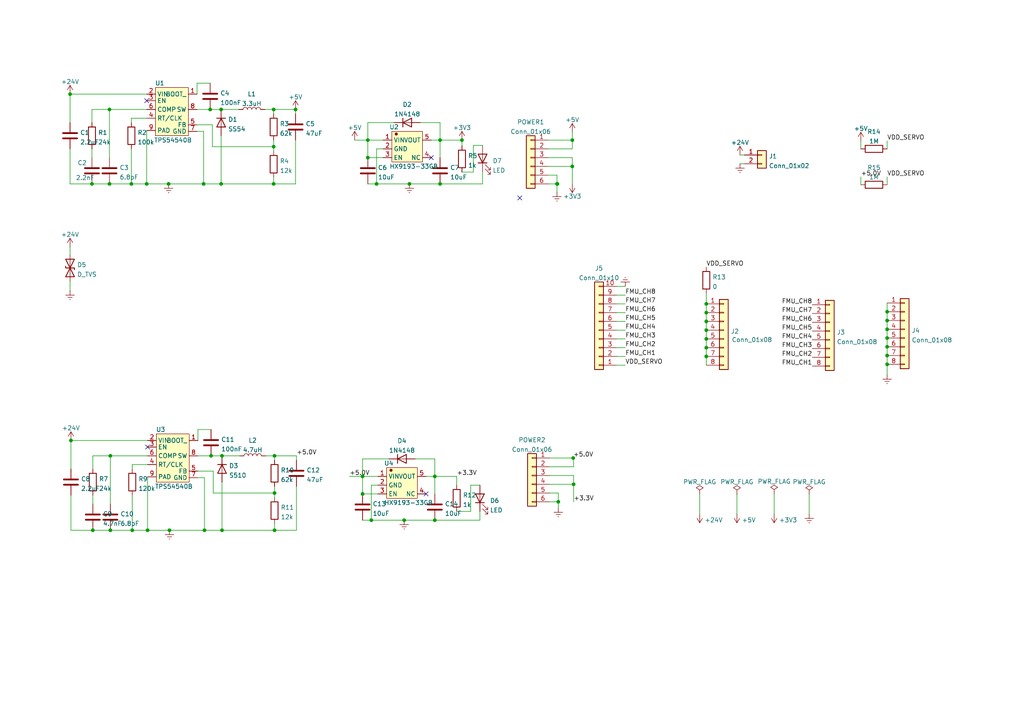
<source format=kicad_sch>
(kicad_sch (version 20211123) (generator eeschema)
  (paper "A4")
  (lib_symbols
    (symbol "Buck:TPS54540B"
      (property "Reference" "U?" (at -3.175 5.08 0))
      (property "Value" "TPS54540B" (at 0.635 -11.43 0))
      (symbol "TPS54540B_0_0"
        (pin passive line (at 7.62 1.905 180) (length 2.54) (name "BOOT_") (number "1"))
        (pin passive line (at -6.985 1.905 0) (length 2.54) (name "VIN") (number "2"))
        (pin passive line (at -6.985 0 0) (length 2.54) (name "EN") (number "3"))
        (pin passive line (at -6.985 -5.08 0) (length 2.54) (name "RT/CLK") (number "4"))
        (pin passive line (at 7.62 -6.985 180) (length 2.54) (name "FB") (number "5"))
        (pin passive line (at -6.985 -2.54 0) (length 2.54) (name "COMP") (number "6"))
        (pin passive line (at 7.62 -8.89 180) (length 2.54) (name "GND") (number "7"))
        (pin passive line (at 7.62 -2.54 180) (length 2.54) (name "SW") (number "8"))
        (pin passive line (at -6.985 -8.636 0) (length 2.54) (name "PAD") (number "9"))
      )
      (symbol "TPS54540B_0_1"
        (rectangle (start -4.445 3.81) (end 5.08 -10.16) (stroke (width 0.1524)) (fill (type background)))
      )
    )
    (symbol "Connector_Generic:Conn_01x02" (pin_names (offset 1.016) hide)
      (property "Reference" "J" (at 0 2.54 0))
      (property "Value" "Conn_01x02" (at 0 -5.08 0))
      (symbol "Conn_01x02_1_1"
        (rectangle (start -1.27 -2.413) (end 0 -2.667) (stroke (width 0.1524)))
        (rectangle (start -1.27 0.127) (end 0 -0.127) (stroke (width 0.1524)))
        (rectangle (start -1.27 1.27) (end 1.27 -3.81) (stroke (width 0.254)) (fill (type background)))
        (pin passive line (at -5.08 0 0) (length 3.81) (name "Pin_1") (number "1"))
        (pin passive line (at -5.08 -2.54 0) (length 3.81) (name "Pin_2") (number "2"))
      )
    )
    (symbol "Connector_Generic:Conn_01x06" (pin_names (offset 1.016) hide)
      (property "Reference" "J" (at 0 7.62 0))
      (property "Value" "Conn_01x06" (at 0 -10.16 0))
      (symbol "Conn_01x06_1_1"
        (rectangle (start -1.27 -7.493) (end 0 -7.747) (stroke (width 0.1524)))
        (rectangle (start -1.27 -4.953) (end 0 -5.207) (stroke (width 0.1524)))
        (rectangle (start -1.27 -2.413) (end 0 -2.667) (stroke (width 0.1524)))
        (rectangle (start -1.27 0.127) (end 0 -0.127) (stroke (width 0.1524)))
        (rectangle (start -1.27 2.667) (end 0 2.413) (stroke (width 0.1524)))
        (rectangle (start -1.27 5.207) (end 0 4.953) (stroke (width 0.1524)))
        (rectangle (start -1.27 6.35) (end 1.27 -8.89) (stroke (width 0.254)) (fill (type background)))
        (pin passive line (at -5.08 5.08 0) (length 3.81) (name "Pin_1") (number "1"))
        (pin passive line (at -5.08 2.54 0) (length 3.81) (name "Pin_2") (number "2"))
        (pin passive line (at -5.08 0 0) (length 3.81) (name "Pin_3") (number "3"))
        (pin passive line (at -5.08 -2.54 0) (length 3.81) (name "Pin_4") (number "4"))
        (pin passive line (at -5.08 -5.08 0) (length 3.81) (name "Pin_5") (number "5"))
        (pin passive line (at -5.08 -7.62 0) (length 3.81) (name "Pin_6") (number "6"))
      )
    )
    (symbol "Connector_Generic:Conn_01x08" (pin_names (offset 1.016) hide)
      (property "Reference" "J" (at 0 10.16 0))
      (property "Value" "Conn_01x08" (at 0 -12.7 0))
      (symbol "Conn_01x08_1_1"
        (rectangle (start -1.27 -10.033) (end 0 -10.287) (stroke (width 0.1524)))
        (rectangle (start -1.27 -7.493) (end 0 -7.747) (stroke (width 0.1524)))
        (rectangle (start -1.27 -4.953) (end 0 -5.207) (stroke (width 0.1524)))
        (rectangle (start -1.27 -2.413) (end 0 -2.667) (stroke (width 0.1524)))
        (rectangle (start -1.27 0.127) (end 0 -0.127) (stroke (width 0.1524)))
        (rectangle (start -1.27 2.667) (end 0 2.413) (stroke (width 0.1524)))
        (rectangle (start -1.27 5.207) (end 0 4.953) (stroke (width 0.1524)))
        (rectangle (start -1.27 7.747) (end 0 7.493) (stroke (width 0.1524)))
        (rectangle (start -1.27 8.89) (end 1.27 -11.43) (stroke (width 0.254)) (fill (type background)))
        (pin passive line (at -5.08 7.62 0) (length 3.81) (name "Pin_1") (number "1"))
        (pin passive line (at -5.08 5.08 0) (length 3.81) (name "Pin_2") (number "2"))
        (pin passive line (at -5.08 2.54 0) (length 3.81) (name "Pin_3") (number "3"))
        (pin passive line (at -5.08 0 0) (length 3.81) (name "Pin_4") (number "4"))
        (pin passive line (at -5.08 -2.54 0) (length 3.81) (name "Pin_5") (number "5"))
        (pin passive line (at -5.08 -5.08 0) (length 3.81) (name "Pin_6") (number "6"))
        (pin passive line (at -5.08 -7.62 0) (length 3.81) (name "Pin_7") (number "7"))
        (pin passive line (at -5.08 -10.16 0) (length 3.81) (name "Pin_8") (number "8"))
      )
    )
    (symbol "Connector_Generic:Conn_01x10" (pin_names (offset 1.016) hide)
      (property "Reference" "J" (at 0 12.7 0))
      (property "Value" "Conn_01x10" (at 0 -15.24 0))
      (symbol "Conn_01x10_1_1"
        (rectangle (start -1.27 -12.573) (end 0 -12.827) (stroke (width 0.1524)))
        (rectangle (start -1.27 -10.033) (end 0 -10.287) (stroke (width 0.1524)))
        (rectangle (start -1.27 -7.493) (end 0 -7.747) (stroke (width 0.1524)))
        (rectangle (start -1.27 -4.953) (end 0 -5.207) (stroke (width 0.1524)))
        (rectangle (start -1.27 -2.413) (end 0 -2.667) (stroke (width 0.1524)))
        (rectangle (start -1.27 0.127) (end 0 -0.127) (stroke (width 0.1524)))
        (rectangle (start -1.27 2.667) (end 0 2.413) (stroke (width 0.1524)))
        (rectangle (start -1.27 5.207) (end 0 4.953) (stroke (width 0.1524)))
        (rectangle (start -1.27 7.747) (end 0 7.493) (stroke (width 0.1524)))
        (rectangle (start -1.27 10.287) (end 0 10.033) (stroke (width 0.1524)))
        (rectangle (start -1.27 11.43) (end 1.27 -13.97) (stroke (width 0.254)) (fill (type background)))
        (pin passive line (at -5.08 10.16 0) (length 3.81) (name "Pin_1") (number "1"))
        (pin passive line (at -5.08 -12.7 0) (length 3.81) (name "Pin_10") (number "10"))
        (pin passive line (at -5.08 7.62 0) (length 3.81) (name "Pin_2") (number "2"))
        (pin passive line (at -5.08 5.08 0) (length 3.81) (name "Pin_3") (number "3"))
        (pin passive line (at -5.08 2.54 0) (length 3.81) (name "Pin_4") (number "4"))
        (pin passive line (at -5.08 0 0) (length 3.81) (name "Pin_5") (number "5"))
        (pin passive line (at -5.08 -2.54 0) (length 3.81) (name "Pin_6") (number "6"))
        (pin passive line (at -5.08 -5.08 0) (length 3.81) (name "Pin_7") (number "7"))
        (pin passive line (at -5.08 -7.62 0) (length 3.81) (name "Pin_8") (number "8"))
        (pin passive line (at -5.08 -10.16 0) (length 3.81) (name "Pin_9") (number "9"))
      )
    )
    (symbol "Device:C" (pin_numbers hide) (pin_names (offset 0.254))
      (property "Reference" "C" (at 0.635 2.54 0))
      (property "Value" "C" (at 0.635 -2.54 0))
      (symbol "C_0_1"
        (polyline (pts (xy -2.032 -0.762) (xy 2.032 -0.762)) (stroke (width 0.508)))
        (polyline (pts (xy -2.032 0.762) (xy 2.032 0.762)) (stroke (width 0.508)))
      )
      (symbol "C_1_1"
        (pin passive line (at 0 3.81 270) (length 2.794) (name "~") (number "1"))
        (pin passive line (at 0 -3.81 90) (length 2.794) (name "~") (number "2"))
      )
    )
    (symbol "Device:D" (pin_numbers hide) (pin_names (offset 1.016) hide)
      (property "Reference" "D" (at 0 2.54 0))
      (property "Value" "D" (at 0 -2.54 0))
      (symbol "D_0_1"
        (polyline (pts (xy -1.27 1.27) (xy -1.27 -1.27)) (stroke (width 0.254)))
        (polyline (pts (xy 1.27 0) (xy -1.27 0)))
        (polyline (pts (xy 1.27 1.27) (xy 1.27 -1.27) (xy -1.27 0) (xy 1.27 1.27)) (stroke (width 0.254)))
      )
      (symbol "D_1_1"
        (pin passive line (at -3.81 0 0) (length 2.54) (name "K") (number "1"))
        (pin passive line (at 3.81 0 180) (length 2.54) (name "A") (number "2"))
      )
    )
    (symbol "Device:D_TVS" (pin_numbers hide) (pin_names (offset 1.016) hide)
      (property "Reference" "D" (at 0 2.54 0))
      (property "Value" "D_TVS" (at 0 -2.54 0))
      (symbol "D_TVS_0_1"
        (polyline (pts (xy 1.27 0) (xy -1.27 0)))
        (polyline (pts (xy 0.508 1.27) (xy 0 1.27) (xy 0 -1.27) (xy -0.508 -1.27)) (stroke (width 0.254)))
        (polyline (pts (xy -2.54 1.27) (xy -2.54 -1.27) (xy 2.54 1.27) (xy 2.54 -1.27) (xy -2.54 1.27)) (stroke (width 0.254)))
      )
      (symbol "D_TVS_1_1"
        (pin passive line (at -3.81 0 0) (length 2.54) (name "A1") (number "1"))
        (pin passive line (at 3.81 0 180) (length 2.54) (name "A2") (number "2"))
      )
    )
    (symbol "Device:L" (pin_numbers hide) (pin_names (offset 1.016) hide)
      (property "Reference" "L" (at -1.27 0 90))
      (property "Value" "L" (at 1.905 0 90))
      (symbol "L_0_1"
        (arc (start 0 -2.54) (mid 0.635 -1.905) (end 0 -1.27))
        (arc (start 0 -1.27) (mid 0.635 -0.635) (end 0 0))
        (arc (start 0 0) (mid 0.635 0.635) (end 0 1.27))
        (arc (start 0 1.27) (mid 0.635 1.905) (end 0 2.54))
      )
      (symbol "L_1_1"
        (pin passive line (at 0 3.81 270) (length 1.27) (name "1") (number "1"))
        (pin passive line (at 0 -3.81 90) (length 1.27) (name "2") (number "2"))
      )
    )
    (symbol "Device:LED" (pin_numbers hide) (pin_names (offset 1.016) hide)
      (property "Reference" "D" (at 0 2.54 0))
      (property "Value" "LED" (at 0 -2.54 0))
      (symbol "LED_0_1"
        (polyline (pts (xy -1.27 -1.27) (xy -1.27 1.27)) (stroke (width 0.254)))
        (polyline (pts (xy -1.27 0) (xy 1.27 0)))
        (polyline (pts (xy 1.27 -1.27) (xy 1.27 1.27) (xy -1.27 0) (xy 1.27 -1.27)) (stroke (width 0.254)))
        (polyline (pts (xy -3.048 -0.762) (xy -4.572 -2.286) (xy -3.81 -2.286) (xy -4.572 -2.286) (xy -4.572 -1.524)))
        (polyline (pts (xy -1.778 -0.762) (xy -3.302 -2.286) (xy -2.54 -2.286) (xy -3.302 -2.286) (xy -3.302 -1.524)))
      )
      (symbol "LED_1_1"
        (pin passive line (at -3.81 0 0) (length 2.54) (name "K") (number "1"))
        (pin passive line (at 3.81 0 180) (length 2.54) (name "A") (number "2"))
      )
    )
    (symbol "Device:R" (pin_numbers hide) (pin_names (offset 0))
      (property "Reference" "R" (at 2.032 0 90))
      (property "Value" "R" (at 0 0 90))
      (symbol "R_0_1"
        (rectangle (start -1.016 -2.54) (end 1.016 2.54) (stroke (width 0.254)))
      )
      (symbol "R_1_1"
        (pin passive line (at 0 3.81 270) (length 1.27) (name "~") (number "1"))
        (pin passive line (at 0 -3.81 90) (length 1.27) (name "~") (number "2"))
      )
    )
    (symbol "LDO:HX9193-33GB"
      (property "Reference" "U?" (at -6.35 5.08 0))
      (property "Value" "HX9193-33GB" (at -1.27 -6.35 0))
      (symbol "HX9193-33GB_0_0"
        (pin passive line (at -10.16 1.27 0) (length 2.54) (name "VIN") (number "1"))
        (pin passive line (at -10.16 -1.27 0) (length 2.54) (name "GND") (number "2"))
        (pin passive line (at -10.16 -3.81 0) (length 2.54) (name "EN") (number "3"))
        (pin passive line (at 3.81 -3.81 180) (length 2.54) (name "NC") (number "4"))
        (pin passive line (at 3.81 1.27 180) (length 2.54) (name "VOUT") (number "5"))
      )
      (symbol "HX9193-33GB_0_1"
        (rectangle (start -7.62 3.81) (end 1.27 -5.08) (stroke (width 0.1524)) (fill (type background)))
        (circle (center -6.35 3.048) (radius 0.3592) (stroke (width 0.1524)) (fill (type outline)))
      )
    )
    (symbol "power:+24V" (power) (pin_names (offset 0))
      (property "Value" "+24V" (at 0 3.556 0))
      (symbol "+24V_0_1"
        (polyline (pts (xy -0.762 1.27) (xy 0 2.54)))
        (polyline (pts (xy 0 0) (xy 0 2.54)))
        (polyline (pts (xy 0 2.54) (xy 0.762 1.27)))
      )
      (symbol "+24V_1_1"
        (pin power_in line (at 0 0 90) (length 0) hide (name "+24V") (number "1"))
      )
    )
    (symbol "power:+3V3" (power) (pin_names (offset 0))
      (property "Value" "+3V3" (at 0 3.556 0))
      (symbol "+3V3_0_1"
        (polyline (pts (xy -0.762 1.27) (xy 0 2.54)))
        (polyline (pts (xy 0 0) (xy 0 2.54)))
        (polyline (pts (xy 0 2.54) (xy 0.762 1.27)))
      )
      (symbol "+3V3_1_1"
        (pin power_in line (at 0 0 90) (length 0) hide (name "+3V3") (number "1"))
      )
    )
    (symbol "power:+5V" (power) (pin_names (offset 0))
      (property "Value" "+5V" (at 0 3.556 0))
      (symbol "+5V_0_1"
        (polyline (pts (xy -0.762 1.27) (xy 0 2.54)))
        (polyline (pts (xy 0 0) (xy 0 2.54)))
        (polyline (pts (xy 0 2.54) (xy 0.762 1.27)))
      )
      (symbol "+5V_1_1"
        (pin power_in line (at 0 0 90) (length 0) hide (name "+5V") (number "1"))
      )
    )
    (symbol "power:Earth" (power) (pin_names (offset 0))
      (symbol "Earth_0_1"
        (polyline (pts (xy -0.635 -1.905) (xy 0.635 -1.905)))
        (polyline (pts (xy -0.127 -2.54) (xy 0.127 -2.54)))
        (polyline (pts (xy 0 -1.27) (xy 0 0)))
        (polyline (pts (xy 1.27 -1.27) (xy -1.27 -1.27)))
      )
      (symbol "Earth_1_1"
        (pin power_in line (at 0 0 270) (length 0) hide (name "Earth") (number "1"))
      )
    )
    (symbol "power:PWR_FLAG" (power) (pin_numbers hide) (pin_names (offset 0) hide)
      (property "Value" "PWR_FLAG" (at 0 3.81 0))
      (symbol "PWR_FLAG_0_0"
        (pin power_out line (at 0 0 90) (length 0) (name "pwr") (number "1"))
      )
      (symbol "PWR_FLAG_0_1"
        (polyline (pts (xy 0 0) (xy 0 1.27) (xy -1.016 1.905) (xy 0 2.54) (xy 1.016 1.905) (xy 0 1.27)))
      )
    )
  )
  (junction (at 107.696 150.876))
  (junction (at 161.544 53.34))
  (junction (at 161.925 145.542))
  (junction (at 126.111 138.176))
  (junction (at 20.574 127.762))
  (junction (at 117.221 150.876))
  (junction (at 127.635 53.34))
  (junction (at 79.629 132.207))
  (junction (at 79.629 143.002))
  (junction (at 165.989 40.64))
  (junction (at 204.851 103.378))
  (junction (at 133.985 40.64))
  (junction (at 166.243 132.842))
  (junction (at 64.135 53.34))
  (junction (at 48.895 53.34))
  (junction (at 204.851 93.218))
  (junction (at 31.75 53.34))
  (junction (at 64.389 153.797))
  (junction (at 257.302 105.664))
  (junction (at 257.302 95.504))
  (junction (at 26.67 53.34))
  (junction (at 161.671 53.34))
  (junction (at 61.214 132.207))
  (junction (at 20.32 27.305))
  (junction (at 31.75 31.75))
  (junction (at 105.156 143.256))
  (junction (at 257.302 90.424))
  (junction (at 64.135 31.75))
  (junction (at 79.375 53.34))
  (junction (at 204.851 100.838))
  (junction (at 79.375 42.545))
  (junction (at 26.924 153.797))
  (junction (at 79.375 31.75))
  (junction (at 109.22 53.34))
  (junction (at 118.745 53.34))
  (junction (at 204.851 95.758))
  (junction (at 49.149 153.797))
  (junction (at 127.635 40.64))
  (junction (at 257.302 103.124))
  (junction (at 166.37 140.462))
  (junction (at 257.302 100.584))
  (junction (at 64.389 132.207))
  (junction (at 105.156 138.176))
  (junction (at 204.851 88.138))
  (junction (at 42.545 53.34))
  (junction (at 165.989 48.26))
  (junction (at 42.799 153.797))
  (junction (at 60.96 31.75))
  (junction (at 204.851 98.298))
  (junction (at 85.725 31.75))
  (junction (at 32.004 153.797))
  (junction (at 38.1 53.34))
  (junction (at 204.851 90.678))
  (junction (at 38.354 153.797))
  (junction (at 257.302 92.964))
  (junction (at 257.302 98.044))
  (junction (at 106.68 40.64))
  (junction (at 59.309 153.797))
  (junction (at 126.111 150.876))
  (junction (at 79.629 153.797))
  (junction (at 59.055 53.34))
  (junction (at 32.004 132.207))
  (junction (at 106.68 45.72))
  (no_connect (at 125.095 45.72))
  (no_connect (at 123.571 143.256))
  (no_connect (at 150.749 57.404))
  (no_connect (at 42.545 29.21))
  (no_connect (at 42.799 129.667))
  (wire (pts (xy 159.004 50.8) (xy 161.544 50.8)))
  (wire (pts (xy 257.302 95.504) (xy 257.302 98.044)))
  (wire (pts (xy 20.32 43.18) (xy 20.32 53.34)))
  (wire (pts (xy 165.989 38.354) (xy 165.989 40.64)))
  (wire (pts (xy 107.696 150.876) (xy 117.221 150.876)))
  (wire (pts (xy 61.214 132.207) (xy 64.389 132.207)))
  (wire (pts (xy 109.601 140.716) (xy 107.696 140.716)))
  (wire (pts (xy 126.111 150.876) (xy 139.192 150.876)))
  (wire (pts (xy 26.924 153.797) (xy 32.004 153.797)))
  (wire (pts (xy 38.354 153.797) (xy 42.799 153.797)))
  (wire (pts (xy 165.989 48.26) (xy 159.004 48.26)))
  (wire (pts (xy 117.221 150.876) (xy 126.111 150.876)))
  (wire (pts (xy 57.15 38.1) (xy 59.055 38.1)))
  (wire (pts (xy 181.356 105.918) (xy 178.816 105.918)))
  (wire (pts (xy 61.849 136.652) (xy 61.849 143.002)))
  (wire (pts (xy 181.356 100.838) (xy 178.816 100.838)))
  (wire (pts (xy 57.404 136.652) (xy 61.849 136.652)))
  (wire (pts (xy 133.985 40.64) (xy 133.985 42.291)))
  (wire (pts (xy 20.574 143.637) (xy 20.574 153.797)))
  (wire (pts (xy 161.544 53.34) (xy 159.004 53.34)))
  (wire (pts (xy 59.055 38.1) (xy 59.055 53.34)))
  (wire (pts (xy 165.989 45.72) (xy 165.989 48.26)))
  (wire (pts (xy 26.67 43.18) (xy 26.67 45.72)))
  (wire (pts (xy 32.004 132.207) (xy 32.004 146.177)))
  (wire (pts (xy 161.925 143.002) (xy 161.925 145.542)))
  (wire (pts (xy 61.849 143.002) (xy 79.629 143.002)))
  (wire (pts (xy 105.156 143.256) (xy 109.601 143.256)))
  (wire (pts (xy 249.682 51.308) (xy 249.682 53.594)))
  (wire (pts (xy 161.544 55.753) (xy 161.544 53.34)))
  (wire (pts (xy 133.985 49.911) (xy 137.287 49.911)))
  (wire (pts (xy 26.924 143.637) (xy 26.924 146.177)))
  (wire (pts (xy 49.149 153.797) (xy 59.309 153.797)))
  (wire (pts (xy 159.385 137.922) (xy 166.37 137.922)))
  (wire (pts (xy 204.851 93.218) (xy 204.851 95.758)))
  (wire (pts (xy 181.356 93.218) (xy 178.816 93.218)))
  (wire (pts (xy 127.635 53.34) (xy 139.954 53.34)))
  (wire (pts (xy 161.544 50.8) (xy 161.544 53.34)))
  (wire (pts (xy 105.156 150.876) (xy 107.696 150.876)))
  (wire (pts (xy 234.696 143.383) (xy 234.696 149.098)))
  (wire (pts (xy 42.545 37.846) (xy 42.545 53.34)))
  (wire (pts (xy 32.004 132.207) (xy 42.799 132.207)))
  (wire (pts (xy 38.354 134.747) (xy 38.354 136.017)))
  (wire (pts (xy 204.851 90.678) (xy 204.851 93.218)))
  (wire (pts (xy 85.725 40.64) (xy 85.725 53.34)))
  (wire (pts (xy 106.68 45.72) (xy 111.125 45.72)))
  (wire (pts (xy 139.192 148.336) (xy 139.192 150.876)))
  (wire (pts (xy 102.87 40.64) (xy 106.68 40.64)))
  (wire (pts (xy 64.135 39.37) (xy 64.135 53.34)))
  (wire (pts (xy 161.925 145.542) (xy 159.385 145.542)))
  (wire (pts (xy 38.1 43.18) (xy 38.1 53.34)))
  (wire (pts (xy 109.22 53.34) (xy 118.745 53.34)))
  (wire (pts (xy 126.111 138.176) (xy 123.571 138.176)))
  (wire (pts (xy 181.356 95.758) (xy 178.816 95.758)))
  (wire (pts (xy 257.302 103.124) (xy 257.302 105.664)))
  (wire (pts (xy 121.92 35.56) (xy 127.635 35.56)))
  (wire (pts (xy 181.356 103.378) (xy 178.816 103.378)))
  (wire (pts (xy 181.356 90.678) (xy 178.816 90.678)))
  (wire (pts (xy 79.629 151.892) (xy 79.629 153.797)))
  (wire (pts (xy 64.389 153.797) (xy 79.629 153.797)))
  (wire (pts (xy 57.404 138.557) (xy 59.309 138.557)))
  (wire (pts (xy 26.924 132.207) (xy 32.004 132.207)))
  (wire (pts (xy 79.629 132.207) (xy 79.629 133.477)))
  (wire (pts (xy 111.125 40.64) (xy 106.68 40.64)))
  (wire (pts (xy 204.851 85.09) (xy 204.851 88.138)))
  (wire (pts (xy 101.346 138.176) (xy 105.156 138.176)))
  (wire (pts (xy 26.67 53.34) (xy 31.75 53.34)))
  (wire (pts (xy 132.461 138.176) (xy 132.461 140.716)))
  (wire (pts (xy 213.741 143.383) (xy 213.741 149.098)))
  (wire (pts (xy 57.404 124.587) (xy 57.404 127.762)))
  (wire (pts (xy 20.32 71.628) (xy 20.32 73.914)))
  (wire (pts (xy 204.851 88.138) (xy 204.851 90.678)))
  (wire (pts (xy 69.215 31.75) (xy 64.135 31.75)))
  (wire (pts (xy 85.979 141.097) (xy 85.979 153.797)))
  (wire (pts (xy 64.135 53.34) (xy 79.375 53.34)))
  (wire (pts (xy 214.63 44.958) (xy 215.9 44.958)))
  (wire (pts (xy 106.68 40.64) (xy 106.68 35.56)))
  (wire (pts (xy 166.37 145.542) (xy 166.37 140.462)))
  (wire (pts (xy 79.375 31.75) (xy 85.725 31.75)))
  (wire (pts (xy 20.32 27.305) (xy 42.545 27.305)))
  (wire (pts (xy 181.356 88.138) (xy 178.816 88.138)))
  (wire (pts (xy 132.461 148.336) (xy 136.525 148.336)))
  (wire (pts (xy 31.75 31.75) (xy 31.75 45.72)))
  (wire (pts (xy 257.302 90.424) (xy 257.302 92.964)))
  (wire (pts (xy 257.302 87.884) (xy 257.302 90.424)))
  (wire (pts (xy 137.287 42.164) (xy 139.954 42.164)))
  (wire (pts (xy 79.629 141.097) (xy 79.629 143.002)))
  (wire (pts (xy 166.37 132.842) (xy 166.243 132.842)))
  (wire (pts (xy 85.725 31.75) (xy 85.725 33.02)))
  (wire (pts (xy 204.851 100.838) (xy 204.851 103.378)))
  (wire (pts (xy 76.835 31.75) (xy 79.375 31.75)))
  (wire (pts (xy 181.356 98.298) (xy 178.816 98.298)))
  (wire (pts (xy 38.1 53.34) (xy 42.545 53.34)))
  (wire (pts (xy 214.63 47.498) (xy 215.9 47.498)))
  (wire (pts (xy 137.287 49.911) (xy 137.287 42.164)))
  (wire (pts (xy 61.595 42.545) (xy 79.375 42.545)))
  (wire (pts (xy 26.67 31.75) (xy 31.75 31.75)))
  (wire (pts (xy 107.696 140.716) (xy 107.696 150.876)))
  (wire (pts (xy 61.595 36.195) (xy 61.595 42.545)))
  (wire (pts (xy 127.635 35.56) (xy 127.635 40.64)))
  (wire (pts (xy 159.385 143.002) (xy 161.925 143.002)))
  (wire (pts (xy 109.22 43.18) (xy 109.22 53.34)))
  (wire (pts (xy 118.745 53.34) (xy 127.635 53.34)))
  (wire (pts (xy 126.111 133.096) (xy 126.111 138.176)))
  (wire (pts (xy 69.469 132.207) (xy 64.389 132.207)))
  (wire (pts (xy 159.004 45.72) (xy 165.989 45.72)))
  (wire (pts (xy 120.396 133.096) (xy 126.111 133.096)))
  (wire (pts (xy 105.156 138.176) (xy 105.156 133.096)))
  (wire (pts (xy 79.629 143.002) (xy 79.629 144.272)))
  (wire (pts (xy 42.545 53.34) (xy 48.895 53.34)))
  (wire (pts (xy 79.375 40.64) (xy 79.375 42.545)))
  (wire (pts (xy 32.004 153.797) (xy 38.354 153.797)))
  (wire (pts (xy 139.954 49.784) (xy 139.954 53.34)))
  (wire (pts (xy 20.32 81.534) (xy 20.32 84.328)))
  (wire (pts (xy 257.302 92.964) (xy 257.302 95.504)))
  (wire (pts (xy 166.37 137.922) (xy 166.37 140.462)))
  (wire (pts (xy 26.924 132.207) (xy 26.924 136.017)))
  (wire (pts (xy 38.1 34.29) (xy 38.1 35.56)))
  (wire (pts (xy 57.15 31.75) (xy 60.96 31.75)))
  (wire (pts (xy 106.68 53.34) (xy 109.22 53.34)))
  (wire (pts (xy 42.545 34.29) (xy 38.1 34.29)))
  (wire (pts (xy 48.895 53.34) (xy 59.055 53.34)))
  (wire (pts (xy 202.946 143.383) (xy 202.946 149.098)))
  (wire (pts (xy 181.356 85.598) (xy 178.816 85.598)))
  (wire (pts (xy 26.67 31.75) (xy 26.67 35.56)))
  (wire (pts (xy 159.385 135.382) (xy 166.37 135.382)))
  (wire (pts (xy 42.799 153.797) (xy 49.149 153.797)))
  (wire (pts (xy 166.37 135.382) (xy 166.37 132.842)))
  (wire (pts (xy 79.629 132.207) (xy 85.979 132.207)))
  (wire (pts (xy 161.544 53.34) (xy 161.671 53.34)))
  (wire (pts (xy 249.682 40.894) (xy 249.682 43.18)))
  (wire (pts (xy 127.635 40.64) (xy 133.985 40.64)))
  (wire (pts (xy 224.536 143.256) (xy 224.536 149.098)))
  (wire (pts (xy 136.525 140.716) (xy 139.192 140.716)))
  (wire (pts (xy 60.96 31.75) (xy 64.135 31.75)))
  (wire (pts (xy 61.214 124.587) (xy 57.404 124.587)))
  (wire (pts (xy 106.68 40.64) (xy 106.68 45.72)))
  (wire (pts (xy 105.156 138.176) (xy 105.156 143.256)))
  (wire (pts (xy 126.111 138.176) (xy 132.461 138.176)))
  (wire (pts (xy 204.851 95.758) (xy 204.851 98.298)))
  (wire (pts (xy 60.96 24.13) (xy 57.15 24.13)))
  (wire (pts (xy 20.574 127.762) (xy 42.799 127.762)))
  (wire (pts (xy 111.125 43.18) (xy 109.22 43.18)))
  (wire (pts (xy 59.309 153.797) (xy 64.389 153.797)))
  (wire (pts (xy 106.68 35.56) (xy 114.3 35.56)))
  (wire (pts (xy 77.089 132.207) (xy 79.629 132.207)))
  (wire (pts (xy 159.004 43.18) (xy 165.989 43.18)))
  (wire (pts (xy 31.75 53.34) (xy 38.1 53.34)))
  (wire (pts (xy 165.989 40.64) (xy 159.004 40.64)))
  (wire (pts (xy 165.989 53.34) (xy 165.989 48.26)))
  (wire (pts (xy 85.725 53.34) (xy 79.375 53.34)))
  (wire (pts (xy 57.404 132.207) (xy 61.214 132.207)))
  (wire (pts (xy 20.32 53.34) (xy 26.67 53.34)))
  (wire (pts (xy 165.989 43.18) (xy 165.989 40.64)))
  (wire (pts (xy 257.302 100.584) (xy 257.302 103.124)))
  (wire (pts (xy 105.156 133.096) (xy 112.776 133.096)))
  (wire (pts (xy 20.574 153.797) (xy 26.924 153.797)))
  (wire (pts (xy 42.799 134.747) (xy 38.354 134.747)))
  (wire (pts (xy 31.75 31.75) (xy 42.545 31.75)))
  (wire (pts (xy 127.635 40.64) (xy 125.095 40.64)))
  (wire (pts (xy 79.375 51.435) (xy 79.375 53.34)))
  (wire (pts (xy 204.851 103.378) (xy 204.851 105.918)))
  (wire (pts (xy 20.574 136.017) (xy 20.574 127.762)))
  (wire (pts (xy 257.302 98.044) (xy 257.302 100.584)))
  (wire (pts (xy 42.799 138.303) (xy 42.799 153.797)))
  (wire (pts (xy 257.302 51.308) (xy 257.302 53.594)))
  (wire (pts (xy 64.389 139.827) (xy 64.389 153.797)))
  (wire (pts (xy 59.055 53.34) (xy 64.135 53.34)))
  (wire (pts (xy 79.375 42.545) (xy 79.375 43.815)))
  (wire (pts (xy 161.925 145.542) (xy 161.925 147.32)))
  (wire (pts (xy 85.979 153.797) (xy 79.629 153.797)))
  (wire (pts (xy 38.354 143.637) (xy 38.354 153.797)))
  (wire (pts (xy 109.601 138.176) (xy 105.156 138.176)))
  (wire (pts (xy 85.979 132.207) (xy 85.979 133.477)))
  (wire (pts (xy 79.375 31.75) (xy 79.375 33.02)))
  (wire (pts (xy 181.356 83.058) (xy 178.816 83.058)))
  (wire (pts (xy 204.851 98.298) (xy 204.851 100.838)))
  (wire (pts (xy 20.32 35.56) (xy 20.32 27.305)))
  (wire (pts (xy 127.635 40.64) (xy 127.635 45.72)))
  (wire (pts (xy 136.525 148.336) (xy 136.525 140.716)))
  (wire (pts (xy 57.15 24.13) (xy 57.15 27.305)))
  (wire (pts (xy 257.302 40.894) (xy 257.302 43.18)))
  (wire (pts (xy 59.309 138.557) (xy 59.309 153.797)))
  (wire (pts (xy 126.111 138.176) (xy 126.111 143.256)))
  (wire (pts (xy 166.37 140.462) (xy 159.385 140.462)))
  (wire (pts (xy 57.15 36.195) (xy 61.595 36.195)))
  (wire (pts (xy 257.302 105.664) (xy 257.302 108.712)))
  (wire (pts (xy 166.243 132.842) (xy 159.385 132.842)))
  (label "+5.0V" (at 85.979 132.207 0))
  (label "VDD_SERVO" (at 257.302 40.894 0))
  (label "FMU_CH4" (at 235.585 98.552 180))
  (label "FMU_CH6" (at 235.585 93.472 180))
  (label "FMU_CH7" (at 181.356 88.138 0))
  (label "VDD_SERVO" (at 257.302 51.308 0))
  (label "FMU_CH3" (at 235.585 101.092 180))
  (label "FMU_CH4" (at 181.356 95.758 0))
  (label "FMU_CH1" (at 181.356 103.378 0))
  (label "VDD_SERVO" (at 181.356 105.918 0))
  (label "FMU_CH1" (at 235.585 106.172 180))
  (label "+5.0V" (at 166.243 132.842 0))
  (label "+5.0V" (at 101.346 138.176 0))
  (label "FMU_CH2" (at 235.585 103.632 180))
  (label "+5.0V" (at 249.682 51.308 0))
  (label "FMU_CH3" (at 181.356 98.298 0))
  (label "FMU_CH8" (at 181.356 85.598 0))
  (label "VDD_SERVO" (at 204.851 77.47 0))
  (label "FMU_CH8" (at 235.585 88.392 180))
  (label "FMU_CH5" (at 181.356 93.218 0))
  (label "FMU_CH6" (at 181.356 90.678 0))
  (label "FMU_CH5" (at 235.585 96.012 180))
  (label "FMU_CH7" (at 235.585 90.932 180))
  (label "+3.3V" (at 166.37 145.542 0))
  (label "FMU_CH2" (at 181.356 100.838 0))
  (label "+3.3V" (at 132.461 138.176 0))
  (symbol (lib_id "Device:R") (at 132.461 144.526 0) (unit 1)
    (property "Reference" "R12" (at 134.239 143.6175 0) (effects (justify left)))
    (property "Value" "1k" (at 134.239 146.3926 0) (effects (justify left)))
    (property "Footprint" "Resistor_SMD:R_0603_1608Metric_Pad0.98x0.95mm_HandSolder" (effects hide))
  )
  (symbol (lib_id "power:+3V3") (at 165.989 53.34 180) (unit 1)
    (property "Reference" "#PWR0104" (effects hide))
    (property "Value" "+3V3" (at 165.989 56.9445 0))
  )
  (symbol (lib_id "power:Earth") (at 181.356 83.058 180) (unit 1)
    (property "Reference" "#PWR07" (effects hide))
    (property "Value" "Earth" (effects hide))
  )
  (symbol (lib_id "power:Earth") (at 49.149 153.797 0) (unit 1)
    (property "Reference" "#PWR09" (effects hide))
    (property "Value" "Earth" (effects hide))
  )
  (symbol (lib_id "Device:R") (at 133.985 46.101 180) (unit 1)
    (property "Reference" "R5" (at 135.763 45.1925 0) (effects (justify right)))
    (property "Value" "1k" (at 135.763 47.9676 0) (effects (justify right)))
    (property "Footprint" "Resistor_SMD:R_0603_1608Metric_Pad0.98x0.95mm_HandSolder" (effects hide))
  )
  (symbol (lib_id "power:+24V") (at 20.574 127.762 0) (unit 1)
    (property "Reference" "#PWR08" (effects hide))
    (property "Value" "+24V" (at 20.574 124.1575 0))
  )
  (symbol (lib_id "Device:C") (at 126.111 147.066 0) (unit 1)
    (property "Reference" "C14" (at 129.032 146.1575 0) (effects (justify left)))
    (property "Value" "10uF" (at 129.032 148.9326 0) (effects (justify left)))
    (property "Footprint" "Capacitor_SMD:C_0603_1608Metric_Pad1.08x0.95mm_HandSolder" (effects hide))
  )
  (symbol (lib_id "Device:R") (at 38.354 139.827 0) (unit 1)
    (property "Reference" "R9" (at 40.132 138.9185 0) (effects (justify left)))
    (property "Value" "120k" (at 40.132 141.6936 0) (effects (justify left)))
    (property "Footprint" "Resistor_SMD:R_0603_1608Metric_Pad0.98x0.95mm_HandSolder" (effects hide))
  )
  (symbol (lib_id "power:+5V") (at 102.87 40.64 0) (unit 1)
    (property "Reference" "#PWR04" (effects hide))
    (property "Value" "+5V" (at 102.87 37.0355 0))
  )
  (symbol (lib_id "power:+5V") (at 85.725 31.75 0) (unit 1)
    (property "Reference" "#PWR03" (effects hide))
    (property "Value" "+5V" (at 85.725 28.1455 0))
  )
  (symbol (lib_id "Connector_Generic:Conn_01x08") (at 240.665 96.012 0) (unit 1)
    (property "Reference" "J3" (at 242.697 96.3735 0) (effects (justify left)))
    (property "Value" "Conn_01x08" (at 242.697 99.1486 0) (effects (justify left)))
    (property "Footprint" "Connector_PinHeader_2.54mm:PinHeader_1x08_P2.54mm_Horizontal" (effects hide))
  )
  (symbol (lib_id "power:+24V") (at 20.32 71.628 0) (unit 1)
    (property "Reference" "#PWR020" (effects hide))
    (property "Value" "+24V" (at 20.32 68.0235 0))
  )
  (symbol (lib_id "Device:L") (at 73.025 31.75 90) (unit 1)
    (property "Reference" "L1" (at 73.025 27.2755 90))
    (property "Value" "3.3uH" (at 73.025 30.0506 90))
    (property "Footprint" "Inductor_SMD:L_7.3x7.3_H4.5" (effects hide))
  )
  (symbol (lib_id "Device:C") (at 26.67 49.53 0) (unit 1)
    (property "Reference" "C2" (at 22.479 47.244 0) (effects (justify left)))
    (property "Value" "2.2nF" (at 21.971 51.562 0) (effects (justify left)))
    (property "Footprint" "Capacitor_SMD:C_0603_1608Metric_Pad1.08x0.95mm_HandSolder" (effects hide))
  )
  (symbol (lib_id "power:Earth") (at 117.221 150.876 0) (unit 1)
    (property "Reference" "#PWR012" (effects hide))
    (property "Value" "Earth" (effects hide))
  )
  (symbol (lib_id "Buck:TPS54540B") (at 49.53 29.21 0) (unit 1)
    (property "Reference" "U1" (at 46.355 24.13 0))
    (property "Value" "TPS54540B" (at 50.165 40.64 0))
    (property "Footprint" "Package_SO:SOIC-8-1EP_3.9x4.9mm_P1.27mm_EP2.29x3mm" (effects hide))
  )
  (symbol (lib_id "power:+24V") (at 214.63 44.958 0) (unit 1)
    (property "Reference" "#PWR0101" (effects hide))
    (property "Value" "+24V" (at 214.63 41.3535 0))
  )
  (symbol (lib_id "Device:R") (at 79.375 36.83 0) (unit 1)
    (property "Reference" "R3" (at 81.153 35.9215 0) (effects (justify left)))
    (property "Value" "62k" (at 81.153 38.6966 0) (effects (justify left)))
    (property "Footprint" "Resistor_SMD:R_0603_1608Metric_Pad0.98x0.95mm_HandSolder" (effects hide))
  )
  (symbol (lib_id "power:+5V") (at 249.682 40.894 0) (unit 1)
    (property "Reference" "#PWR017" (effects hide))
    (property "Value" "+5V" (at 249.682 37.2895 0))
  )
  (symbol (lib_id "Device:D") (at 118.11 35.56 0) (unit 1)
    (property "Reference" "D2" (at 118.11 30.3235 0))
    (property "Value" "1N4148" (at 118.11 33.0986 0))
    (property "Footprint" "Diode_SMD:D_SOD-323_HandSoldering" (effects hide))
  )
  (symbol (lib_id "Device:D") (at 116.586 133.096 0) (unit 1)
    (property "Reference" "D4" (at 116.586 127.8595 0))
    (property "Value" "1N4148" (at 116.586 130.6346 0))
    (property "Footprint" "Diode_SMD:D_SOD-323_HandSoldering" (effects hide))
  )
  (symbol (lib_id "power:+3V3") (at 133.985 40.64 0) (unit 1)
    (property "Reference" "#PWR06" (effects hide))
    (property "Value" "+3V3" (at 133.985 37.0355 0))
  )
  (symbol (lib_id "power:+24V") (at 20.32 27.305 0) (unit 1)
    (property "Reference" "#PWR01" (effects hide))
    (property "Value" "+24V" (at 20.32 23.7005 0))
  )
  (symbol (lib_id "power:PWR_FLAG") (at 224.536 143.256 0) (unit 1)
    (property "Reference" "#FLG0101" (effects hide))
    (property "Value" "PWR_FLAG" (at 224.536 139.6515 0))
  )
  (symbol (lib_id "Device:R") (at 253.492 43.18 90) (unit 1)
    (property "Reference" "R14" (at 253.492 38.1975 90))
    (property "Value" "1M" (at 253.492 40.9726 90))
    (property "Footprint" "Resistor_SMD:R_0603_1608Metric_Pad0.98x0.95mm_HandSolder" (effects hide))
  )
  (symbol (lib_id "power:Earth") (at 234.696 149.098 0) (unit 1)
    (property "Reference" "#PWR0109" (effects hide))
    (property "Value" "Earth" (effects hide))
  )
  (symbol (lib_id "Connector_Generic:Conn_01x08") (at 262.382 95.504 0) (unit 1)
    (property "Reference" "J4" (at 264.414 95.8655 0) (effects (justify left)))
    (property "Value" "Conn_01x08" (at 264.414 98.6406 0) (effects (justify left)))
    (property "Footprint" "Connector_PinHeader_2.54mm:PinHeader_1x08_P2.54mm_Horizontal" (effects hide))
  )
  (symbol (lib_id "Device:R") (at 26.67 39.37 0) (unit 1)
    (property "Reference" "R1" (at 28.448 38.4615 0) (effects (justify left)))
    (property "Value" "24k" (at 28.448 41.2366 0) (effects (justify left)))
    (property "Footprint" "Resistor_SMD:R_0603_1608Metric_Pad0.98x0.95mm_HandSolder" (effects hide))
  )
  (symbol (lib_id "Buck:TPS54540B") (at 49.784 129.667 0) (unit 1)
    (property "Reference" "U3" (at 46.609 124.587 0))
    (property "Value" "TPS54540B" (at 50.419 141.097 0))
    (property "Footprint" "Package_SO:SOIC-8-1EP_3.9x4.9mm_P1.27mm_EP2.29x3mm" (effects hide))
  )
  (symbol (lib_id "Device:R") (at 79.629 148.082 0) (unit 1)
    (property "Reference" "R11" (at 81.407 147.1735 0) (effects (justify left)))
    (property "Value" "12k" (at 81.407 149.9486 0) (effects (justify left)))
    (property "Footprint" "Resistor_SMD:R_0603_1608Metric_Pad0.98x0.95mm_HandSolder" (effects hide))
  )
  (symbol (lib_id "power:Earth") (at 257.302 108.712 0) (unit 1)
    (property "Reference" "#PWR019" (effects hide))
    (property "Value" "Earth" (effects hide))
  )
  (symbol (lib_id "power:Earth") (at 161.544 55.753 0) (unit 1)
    (property "Reference" "#PWR0105" (effects hide))
    (property "Value" "Earth" (effects hide))
  )
  (symbol (lib_id "power:PWR_FLAG") (at 234.696 143.383 0) (unit 1)
    (property "Reference" "#FLG0104" (effects hide))
    (property "Value" "PWR_FLAG" (at 234.696 139.7785 0))
  )
  (symbol (lib_id "Device:R") (at 26.924 139.827 0) (unit 1)
    (property "Reference" "R7" (at 28.702 138.9185 0) (effects (justify left)))
    (property "Value" "24k" (at 28.702 141.6936 0) (effects (justify left)))
    (property "Footprint" "Resistor_SMD:R_0603_1608Metric_Pad0.98x0.95mm_HandSolder" (effects hide))
  )
  (symbol (lib_id "Device:C") (at 26.924 149.987 0) (unit 1)
    (property "Reference" "C9" (at 29.845 149.0785 0) (effects (justify left)))
    (property "Value" "4.7nF" (at 29.845 151.8536 0) (effects (justify left)))
    (property "Footprint" "Capacitor_SMD:C_0603_1608Metric_Pad1.08x0.95mm_HandSolder" (effects hide))
  )
  (symbol (lib_id "Device:C") (at 127.635 49.53 0) (unit 1)
    (property "Reference" "C7" (at 130.556 48.6215 0) (effects (justify left)))
    (property "Value" "10uF" (at 130.556 51.3966 0) (effects (justify left)))
    (property "Footprint" "Capacitor_SMD:C_0603_1608Metric_Pad1.08x0.95mm_HandSolder" (effects hide))
  )
  (symbol (lib_id "Connector_Generic:Conn_01x08") (at 209.931 95.758 0) (unit 1)
    (property "Reference" "J2" (at 211.963 96.1195 0) (effects (justify left)))
    (property "Value" "Conn_01x08" (at 212.217 98.552 0) (effects (justify left)))
    (property "Footprint" "Connector_PinHeader_2.54mm:PinHeader_1x08_P2.54mm_Horizontal" (effects hide))
  )
  (symbol (lib_id "Device:R") (at 79.629 137.287 0) (unit 1)
    (property "Reference" "R10" (at 81.407 136.3785 0) (effects (justify left)))
    (property "Value" "62k" (at 81.407 139.1536 0) (effects (justify left)))
    (property "Footprint" "Resistor_SMD:R_0603_1608Metric_Pad0.98x0.95mm_HandSolder" (effects hide))
  )
  (symbol (lib_id "power:Earth") (at 20.32 84.328 0) (unit 1)
    (property "Reference" "#PWR021" (effects hide))
    (property "Value" "Earth" (effects hide))
  )
  (symbol (lib_id "Device:LED") (at 139.954 45.974 90) (unit 1)
    (property "Reference" "D7" (at 142.875 46.653 90) (effects (justify right)))
    (property "Value" "LED" (at 142.875 49.4281 90) (effects (justify right)))
    (property "Footprint" "LED_SMD:LED_0603_1608Metric_Pad1.05x0.95mm_HandSolder" (effects hide))
  )
  (symbol (lib_id "Device:LED") (at 139.192 144.526 90) (unit 1)
    (property "Reference" "D6" (at 142.113 145.205 90) (effects (justify right)))
    (property "Value" "LED" (at 142.113 147.9801 90) (effects (justify right)))
    (property "Footprint" "LED_SMD:LED_0603_1608Metric_Pad1.05x0.95mm_HandSolder" (effects hide))
  )
  (symbol (lib_id "Connector_Generic:Conn_01x06") (at 154.305 137.922 0) (mirror y) (unit 1)
    (property "Reference" "POWER2" (at 154.305 127.6055 0))
    (property "Value" "Conn_01x06" (at 154.305 130.3806 0))
    (property "Footprint" "Connector_Molex:Molex_CLIK-Mate_502382-0670_1x06-1MP_P1.25mm_Vertical" (effects hide))
  )
  (symbol (lib_id "power:Earth") (at 214.63 47.498 0) (unit 1)
    (property "Reference" "#PWR0102" (effects hide))
    (property "Value" "Earth" (effects hide))
  )
  (symbol (lib_id "Device:R") (at 253.492 53.594 90) (unit 1)
    (property "Reference" "R15" (at 253.492 48.6115 90))
    (property "Value" "1M" (at 253.492 51.3866 90))
    (property "Footprint" "Resistor_SMD:R_0603_1608Metric_Pad0.98x0.95mm_HandSolder" (effects hide))
  )
  (symbol (lib_id "Connector_Generic:Conn_01x02") (at 220.98 44.958 0) (unit 1)
    (property "Reference" "J1" (at 223.012 45.3195 0) (effects (justify left)))
    (property "Value" "Conn_01x02" (at 223.012 48.0946 0) (effects (justify left)))
    (property "Footprint" "Connector_AMASS:AMASS_XT30U-M_1x02_P5.0mm_Vertical" (effects hide))
  )
  (symbol (lib_id "Device:C") (at 106.68 49.53 0) (unit 1)
    (property "Reference" "C6" (at 109.601 48.6215 0) (effects (justify left)))
    (property "Value" "10uF" (at 109.601 51.3966 0) (effects (justify left)))
    (property "Footprint" "Capacitor_SMD:C_0603_1608Metric_Pad1.08x0.95mm_HandSolder" (effects hide))
  )
  (symbol (lib_id "power:PWR_FLAG") (at 202.946 143.383 0) (unit 1)
    (property "Reference" "#FLG0102" (effects hide))
    (property "Value" "PWR_FLAG" (at 202.946 139.7785 0))
  )
  (symbol (lib_id "LDO:HX9193-33GB") (at 121.285 41.91 0) (unit 1)
    (property "Reference" "U2" (at 114.3 36.83 0))
    (property "Value" "HX9193-33GB" (at 120.015 48.26 0))
    (property "Footprint" "Package_TO_SOT_SMD:SOT-23-5_HandSoldering" (effects hide))
  )
  (symbol (lib_id "LDO:HX9193-33GB") (at 119.761 139.446 0) (unit 1)
    (property "Reference" "U4" (at 112.776 134.366 0))
    (property "Value" "HX9193-33GB" (at 118.491 145.796 0))
    (property "Footprint" "Package_TO_SOT_SMD:SOT-23-5_HandSoldering" (effects hide))
  )
  (symbol (lib_id "power:Earth") (at 118.745 53.34 0) (unit 1)
    (property "Reference" "#PWR05" (effects hide))
    (property "Value" "Earth" (effects hide))
  )
  (symbol (lib_id "power:+5V") (at 213.741 149.098 180) (unit 1)
    (property "Reference" "#PWR0107" (effects hide))
    (property "Value" "+5V" (at 215.138 150.847 0) (effects (justify right)))
  )
  (symbol (lib_id "Device:C") (at 60.96 27.94 0) (unit 1)
    (property "Reference" "C4" (at 63.881 27.0315 0) (effects (justify left)))
    (property "Value" "100nF" (at 63.881 29.8066 0) (effects (justify left)))
    (property "Footprint" "Capacitor_SMD:C_0603_1608Metric_Pad1.08x0.95mm_HandSolder" (effects hide))
  )
  (symbol (lib_id "Device:R") (at 204.851 81.28 0) (unit 1)
    (property "Reference" "R13" (at 206.629 80.3715 0) (effects (justify left)))
    (property "Value" "0" (at 206.629 83.1466 0) (effects (justify left)))
    (property "Footprint" "Resistor_SMD:R_0603_1608Metric_Pad0.98x0.95mm_HandSolder" (effects hide))
  )
  (symbol (lib_id "Device:R") (at 38.1 39.37 0) (unit 1)
    (property "Reference" "R2" (at 39.878 38.4615 0) (effects (justify left)))
    (property "Value" "100k" (at 39.878 41.2366 0) (effects (justify left)))
    (property "Footprint" "Resistor_SMD:R_0603_1608Metric_Pad0.98x0.95mm_HandSolder" (effects hide))
  )
  (symbol (lib_id "power:+3V3") (at 224.536 149.098 180) (unit 1)
    (property "Reference" "#PWR0108" (effects hide))
    (property "Value" "+3V3" (at 225.933 150.847 0) (effects (justify right)))
  )
  (symbol (lib_id "Device:C") (at 61.214 128.397 0) (unit 1)
    (property "Reference" "C11" (at 64.135 127.4885 0) (effects (justify left)))
    (property "Value" "100nF" (at 64.135 130.2636 0) (effects (justify left)))
    (property "Footprint" "Capacitor_SMD:C_0603_1608Metric_Pad1.08x0.95mm_HandSolder" (effects hide))
  )
  (symbol (lib_id "Device:C") (at 20.32 39.37 0) (unit 1)
    (property "Reference" "C1" (at 23.241 38.4615 0) (effects (justify left)))
    (property "Value" "2.2uF" (at 23.241 41.2366 0) (effects (justify left)))
    (property "Footprint" "Capacitor_SMD:C_1206_3216Metric_Pad1.33x1.80mm_HandSolder" (effects hide))
  )
  (symbol (lib_id "Connector_Generic:Conn_01x06") (at 153.924 45.72 0) (mirror y) (unit 1)
    (property "Reference" "POWER1" (at 153.924 35.4035 0))
    (property "Value" "Conn_01x06" (at 153.924 38.1786 0))
    (property "Footprint" "Connector_Molex:Molex_CLIK-Mate_502382-0670_1x06-1MP_P1.25mm_Vertical" (effects hide))
  )
  (symbol (lib_id "power:PWR_FLAG") (at 213.741 143.383 0) (unit 1)
    (property "Reference" "#FLG0103" (effects hide))
    (property "Value" "PWR_FLAG" (at 213.741 139.7785 0))
  )
  (symbol (lib_id "Device:C") (at 105.156 147.066 0) (unit 1)
    (property "Reference" "C13" (at 108.077 146.1575 0) (effects (justify left)))
    (property "Value" "10uF" (at 108.077 148.9326 0) (effects (justify left)))
    (property "Footprint" "Capacitor_SMD:C_0603_1608Metric_Pad1.08x0.95mm_HandSolder" (effects hide))
  )
  (symbol (lib_id "Device:C") (at 32.004 149.987 0) (unit 1)
    (property "Reference" "C10" (at 34.925 149.0785 0) (effects (justify left)))
    (property "Value" "6.8pF" (at 34.925 151.8536 0) (effects (justify left)))
    (property "Footprint" "Capacitor_SMD:C_0603_1608Metric_Pad1.08x0.95mm_HandSolder" (effects hide))
  )
  (symbol (lib_id "power:+5V") (at 165.989 38.354 0) (unit 1)
    (property "Reference" "#PWR0103" (effects hide))
    (property "Value" "+5V" (at 165.989 34.7495 0))
  )
  (symbol (lib_id "Device:C") (at 20.574 139.827 0) (unit 1)
    (property "Reference" "C8" (at 23.495 138.9185 0) (effects (justify left)))
    (property "Value" "2.2uF" (at 23.495 141.6936 0) (effects (justify left)))
    (property "Footprint" "Capacitor_SMD:C_1206_3216Metric_Pad1.33x1.80mm_HandSolder" (effects hide))
  )
  (symbol (lib_id "power:Earth") (at 161.925 147.32 0) (unit 1)
    (property "Reference" "#PWR014" (effects hide))
    (property "Value" "Earth" (effects hide))
  )
  (symbol (lib_id "power:+24V") (at 202.946 149.098 180) (unit 1)
    (property "Reference" "#PWR0106" (effects hide))
    (property "Value" "+24V" (at 204.343 150.847 0) (effects (justify right)))
  )
  (symbol (lib_id "Device:D") (at 64.389 136.017 270) (unit 1)
    (property "Reference" "D3" (at 66.421 135.1085 90) (effects (justify left)))
    (property "Value" "S510" (at 66.421 137.8836 90) (effects (justify left)))
    (property "Footprint" "Diode_SMD:D_SMA_Handsoldering" (effects hide))
  )
  (symbol (lib_id "Device:D") (at 64.135 35.56 270) (unit 1)
    (property "Reference" "D1" (at 66.167 34.6515 90) (effects (justify left)))
    (property "Value" "SS54" (at 66.167 37.4266 90) (effects (justify left)))
    (property "Footprint" "Diode_SMD:D_SMA_Handsoldering" (effects hide))
  )
  (symbol (lib_id "Device:R") (at 79.375 47.625 0) (unit 1)
    (property "Reference" "R4" (at 81.153 46.7165 0) (effects (justify left)))
    (property "Value" "12k" (at 81.153 49.4916 0) (effects (justify left)))
    (property "Footprint" "Resistor_SMD:R_0603_1608Metric_Pad0.98x0.95mm_HandSolder" (effects hide))
  )
  (symbol (lib_id "Connector_Generic:Conn_01x10") (at 173.736 95.758 180) (unit 1)
    (property "Reference" "J5" (at 173.736 77.8215 0))
    (property "Value" "Conn_01x10" (at 173.736 80.5966 0))
    (property "Footprint" "Connector_Molex:Molex_CLIK-Mate_502382-1070_1x10-1MP_P1.25mm_Vertical" (effects hide))
  )
  (symbol (lib_id "Device:C") (at 31.75 49.53 0) (unit 1)
    (property "Reference" "C3" (at 34.671 48.6215 0) (effects (justify left)))
    (property "Value" "6.8pF" (at 34.671 51.3966 0) (effects (justify left)))
    (property "Footprint" "Capacitor_SMD:C_0603_1608Metric_Pad1.08x0.95mm_HandSolder" (effects hide))
  )
  (symbol (lib_id "power:Earth") (at 48.895 53.34 0) (unit 1)
    (property "Reference" "#PWR02" (effects hide))
    (property "Value" "Earth" (effects hide))
  )
  (symbol (lib_id "Device:D_TVS") (at 20.32 77.724 90) (unit 1)
    (property "Reference" "D5" (at 22.352 76.8155 90) (effects (justify right)))
    (property "Value" "D_TVS" (at 22.352 79.5906 90) (effects (justify right)))
    (property "Footprint" "Diode_SMD:D_SMB_Handsoldering" (effects hide))
  )
  (symbol (lib_id "Device:L") (at 73.279 132.207 90) (unit 1)
    (property "Reference" "L2" (at 73.279 127.7325 90))
    (property "Value" "4.7uH" (at 73.279 130.5076 90))
    (property "Footprint" "Inductor_SMD:L_7.3x7.3_H4.5" (effects hide))
  )
  (symbol (lib_id "Device:C") (at 85.979 137.287 0) (unit 1)
    (property "Reference" "C12" (at 88.9 136.3785 0) (effects (justify left)))
    (property "Value" "47uF" (at 88.9 139.1536 0) (effects (justify left)))
    (property "Footprint" "Capacitor_SMD:CP_Elec_5x5.4" (effects hide))
  )
  (symbol (lib_id "Device:C") (at 85.725 36.83 0) (unit 1)
    (property "Reference" "C5" (at 88.646 35.9215 0) (effects (justify left)))
    (property "Value" "47uF" (at 88.646 38.6966 0) (effects (justify left)))
    (property "Footprint" "Capacitor_SMD:CP_Elec_5x5.4" (effects hide))
  )
)
</source>
